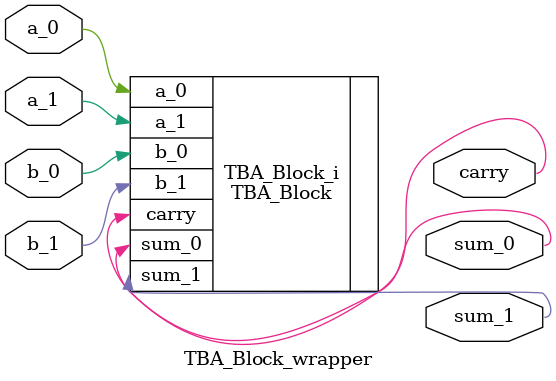
<source format=v>
`timescale 1 ps / 1 ps

module TBA_Block_wrapper
   (a_0,
    a_1,
    b_0,
    b_1,
    carry,
    sum_0,
    sum_1);
  input a_0;
  input a_1;
  input b_0;
  input b_1;
  output carry;
  output sum_0;
  output sum_1;

  wire a_0;
  wire a_1;
  wire b_0;
  wire b_1;
  wire carry;
  wire sum_0;
  wire sum_1;

  TBA_Block TBA_Block_i
       (.a_0(a_0),
        .a_1(a_1),
        .b_0(b_0),
        .b_1(b_1),
        .carry(carry),
        .sum_0(sum_0),
        .sum_1(sum_1));
endmodule

</source>
